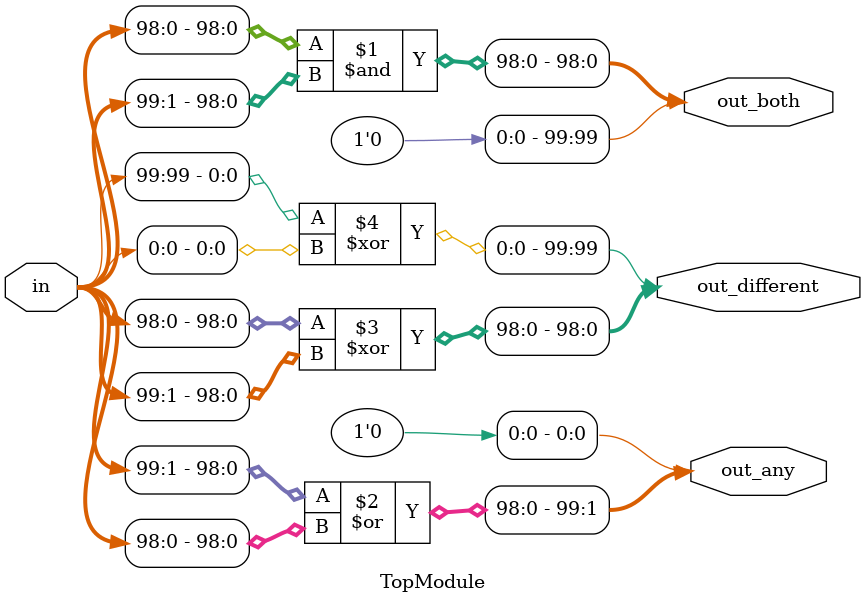
<source format=sv>
module TopModule(
    input logic [99:0] in,
    output logic [99:0] out_both,
    output logic [99:0] out_any,
    output logic [99:0] out_different
);

    // Compute out_both
    assign out_both[99] = 1'b0;
    assign out_both[98:0] = in[98:0] & in[99:1];

    // Compute out_any
    assign out_any[0] = 1'b0;
    assign out_any[99:1] = in[99:1] | in[98:0];

    // Compute out_different
    assign out_different[98:0] = in[98:0] ^ in[99:1];
    assign out_different[99] = in[99] ^ in[0];

endmodule
</source>
